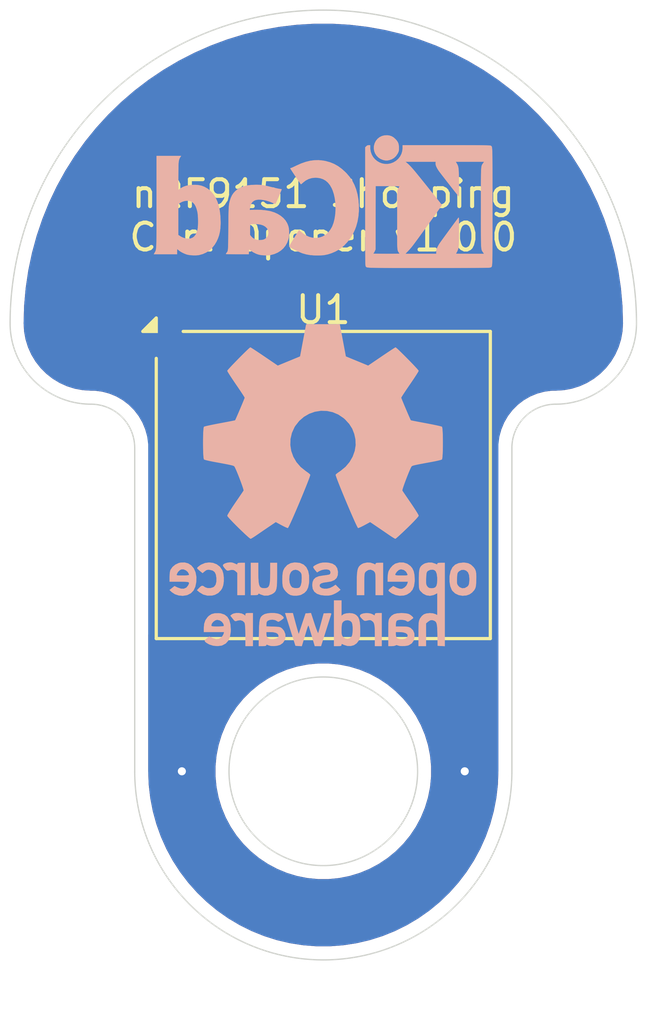
<source format=kicad_pcb>
(kicad_pcb (version 20241229) (generator "pcbnew") (generator_version "9.0")
  (title_block (title "nRF9151 Shopping Cart Opener") (date "2025-05-13") (rev "1.0.0") (company "Christian Hirsch") (comment 1 "Copyright (c) 2025 Christian Hirsch") (comment 2 "SPDX-License-Identifier: Apache-2.0 WITH SHL-2.1"))
  (layers (0 "F.Cu" signal) (2 "B.Cu" signal) (13 "F.Paste" user) (15 "B.Paste" user) (5 "F.SilkS" user "F.Silkscreen") (7 "B.SilkS" user "B.Silkscreen") (1 "F.Mask" user) (3 "B.Mask" user) (25 "Edge.Cuts" user))
  (net 0 "")
  (net 3 "Net-(U1-GND-Pad1)")
  (footprint "Package_LGA:Nordic_nRF9151-LAxx_LGA-80-33EP_12.1x11.1mm_P0.5mm" (layer "F.Cu") (at 148.5 105)
    (property "Reference" "U1" (at 0 -6.5 0) (layer "F.SilkS"))
    (property "Value" "nRF9151-LAxx")
    (pad "1" smd roundrect (at -5.5 -5) (size 0.7 0.7) (layers "F.Cu" "F.Mask" "F.Paste") (chamfer_ratio 0.355) (chamfer bottom_right) (net 3 "Net-(U1-GND-Pad1)"))
    (pad "2" smd roundrect (at -5.625 -4.25) (size 0.45 0.3) (layers "F.Cu" "F.Mask" "F.Paste"))
    (pad "3" smd roundrect (at -5.625 -3.75) (size 0.45 0.3) (layers "F.Cu" "F.Mask" "F.Paste"))
    (pad "4" smd roundrect (at -5.625 -3.25) (size 0.45 0.3) (layers "F.Cu" "F.Mask" "F.Paste"))
    (pad "5" smd roundrect (at -5.625 -2.75) (size 0.45 0.3) (layers "F.Cu" "F.Mask" "F.Paste"))
    (pad "6" smd roundrect (at -5.625 -2.25) (size 0.45 0.3) (layers "F.Cu" "F.Mask" "F.Paste"))
    (pad "7" smd roundrect (at -5.625 -1.75) (size 0.45 0.3) (layers "F.Cu" "F.Mask" "F.Paste") (net 3 "Net-(U1-GND-Pad1)"))
    (pad "8" smd roundrect (at -5.625 -1.25) (size 0.45 0.3) (layers "F.Cu" "F.Mask" "F.Paste"))
    (pad "9" smd roundrect (at -5.625 -0.75) (size 0.45 0.3) (layers "F.Cu" "F.Mask" "F.Paste"))
    (pad "10" smd roundrect (at -5.625 -0.25) (size 0.45 0.3) (layers "F.Cu" "F.Mask" "F.Paste"))
    (pad "11" smd roundrect (at -5.625 0.25) (size 0.45 0.3) (layers "F.Cu" "F.Mask" "F.Paste"))
    (pad "12" smd roundrect (at -5.625 0.75) (size 0.45 0.3) (layers "F.Cu" "F.Mask" "F.Paste"))
    (pad "13" smd roundrect (at -5.625 1.25) (size 0.45 0.3) (layers "F.Cu" "F.Mask" "F.Paste") (net 3 "Net-(U1-GND-Pad1)"))
    (pad "14" smd roundrect (at -5.625 1.75) (size 0.45 0.3) (layers "F.Cu" "F.Mask" "F.Paste"))
    (pad "15" smd roundrect (at -5.625 2.25) (size 0.45 0.3) (layers "F.Cu" "F.Mask" "F.Paste") (net 3 "Net-(U1-GND-Pad1)"))
    (pad "16" smd roundrect (at -5.625 2.75) (size 0.45 0.3) (layers "F.Cu" "F.Mask" "F.Paste"))
    (pad "17" smd roundrect (at -5.625 3.25) (size 0.45 0.3) (layers "F.Cu" "F.Mask" "F.Paste"))
    (pad "18" smd roundrect (at -5.625 3.75) (size 0.45 0.3) (layers "F.Cu" "F.Mask" "F.Paste"))
    (pad "19" smd roundrect (at -5.625 4.25) (size 0.45 0.3) (layers "F.Cu" "F.Mask" "F.Paste"))
    (pad "20" smd roundrect (at -5.5 5) (size 0.7 0.7) (layers "F.Cu" "F.Mask" "F.Paste") (net 3 "Net-(U1-GND-Pad1)"))
    (pad "21" smd roundrect (at -4.75 5.125) (size 0.3 0.45) (layers "F.Cu" "F.Mask" "F.Paste"))
    (pad "22" smd roundrect (at -4.25 5.125) (size 0.3 0.45) (layers "F.Cu" "F.Mask" "F.Paste"))
    (pad "23" smd roundrect (at -3.75 5.125) (size 0.3 0.45) (layers "F.Cu" "F.Mask" "F.Paste"))
    (pad "24" smd roundrect (at -3.25 5.125) (size 0.3 0.45) (layers "F.Cu" "F.Mask" "F.Paste"))
    (pad "25" smd roundrect (at -2.75 5.125) (size 0.3 0.45) (layers "F.Cu" "F.Mask" "F.Paste") (net 3 "Net-(U1-GND-Pad1)"))
    (pad "26" smd roundrect (at -2.25 5.125) (size 0.3 0.45) (layers "F.Cu" "F.Mask" "F.Paste"))
    (pad "27" smd roundrect (at -1.75 5.125) (size 0.3 0.45) (layers "F.Cu" "F.Mask" "F.Paste"))
    (pad "28" smd roundrect (at -1.25 5.125) (size 0.3 0.45) (layers "F.Cu" "F.Mask" "F.Paste"))
    (pad "29" smd roundrect (at -0.75 5.125) (size 0.3 0.45) (layers "F.Cu" "F.Mask" "F.Paste"))
    (pad "30" smd roundrect (at -0.25 5.125) (size 0.3 0.45) (layers "F.Cu" "F.Mask" "F.Paste") (net 3 "Net-(U1-GND-Pad1)"))
    (pad "31" smd roundrect (at 0.25 5.125) (size 0.3 0.45) (layers "F.Cu" "F.Mask" "F.Paste"))
    (pad "32" smd roundrect (at 0.75 5.125) (size 0.3 0.45) (layers "F.Cu" "F.Mask" "F.Paste"))
    (pad "33" smd roundrect (at 1.25 5.125) (size 0.3 0.45) (layers "F.Cu" "F.Mask" "F.Paste"))
    (pad "34" smd roundrect (at 1.75 5.125) (size 0.3 0.45) (layers "F.Cu" "F.Mask" "F.Paste") (net 3 "Net-(U1-GND-Pad1)"))
    (pad "35" smd roundrect (at 2.25 5.125) (size 0.3 0.45) (layers "F.Cu" "F.Mask" "F.Paste"))
    (pad "36" smd roundrect (at 2.75 5.125) (size 0.3 0.45) (layers "F.Cu" "F.Mask" "F.Paste") (net 3 "Net-(U1-GND-Pad1)"))
    (pad "37" smd roundrect (at 3.25 5.125) (size 0.3 0.45) (layers "F.Cu" "F.Mask" "F.Paste"))
    (pad "38" smd roundrect (at 3.75 5.125) (size 0.3 0.45) (layers "F.Cu" "F.Mask" "F.Paste") (net 3 "Net-(U1-GND-Pad1)"))
    (pad "39" smd roundrect (at 4.25 5.125) (size 0.3 0.45) (layers "F.Cu" "F.Mask" "F.Paste") (net 3 "Net-(U1-GND-Pad1)"))
    (pad "40" smd roundrect (at 4.75 5.125) (size 0.3 0.45) (layers "F.Cu" "F.Mask" "F.Paste") (net 3 "Net-(U1-GND-Pad1)"))
    (pad "41" smd roundrect (at 5.5 5) (size 0.7 0.7) (layers "F.Cu" "F.Mask" "F.Paste") (net 3 "Net-(U1-GND-Pad1)"))
    (pad "42" smd roundrect (at 5.625 4.25) (size 0.45 0.3) (layers "F.Cu" "F.Mask" "F.Paste"))
    (pad "43" smd roundrect (at 5.625 3.75) (size 0.45 0.3) (layers "F.Cu" "F.Mask" "F.Paste") (net 3 "Net-(U1-GND-Pad1)"))
    (pad "44" smd roundrect (at 5.625 3.25) (size 0.45 0.3) (layers "F.Cu" "F.Mask" "F.Paste"))
    (pad "45" smd roundrect (at 5.625 2.75) (size 0.45 0.3) (layers "F.Cu" "F.Mask" "F.Paste"))
    (pad "46" smd roundrect (at 5.625 2.25) (size 0.45 0.3) (layers "F.Cu" "F.Mask" "F.Paste") (net 3 "Net-(U1-GND-Pad1)"))
    (pad "47" smd roundrect (at 5.625 1.75) (size 0.45 0.3) (layers "F.Cu" "F.Mask" "F.Paste"))
    (pad "48" smd roundrect (at 5.625 1.25) (size 0.45 0.3) (layers "F.Cu" "F.Mask" "F.Paste"))
    (pad "49" smd roundrect (at 5.625 0.75) (size 0.45 0.3) (layers "F.Cu" "F.Mask" "F.Paste"))
    (pad "50" smd roundrect (at 5.625 0.25) (size 0.45 0.3) (layers "F.Cu" "F.Mask" "F.Paste"))
    (pad "51" smd roundrect (at 5.625 -0.25) (size 0.45 0.3) (layers "F.Cu" "F.Mask" "F.Paste") (net 3 "Net-(U1-GND-Pad1)"))
    (pad "52" smd roundrect (at 5.625 -0.75) (size 0.45 0.3) (layers "F.Cu" "F.Mask" "F.Paste"))
    (pad "53" smd roundrect (at 5.625 -1.25) (size 0.45 0.3) (layers "F.Cu" "F.Mask" "F.Paste"))
    (pad "54" smd roundrect (at 5.625 -1.75) (size 0.45 0.3) (layers "F.Cu" "F.Mask" "F.Paste"))
    (pad "55" smd roundrect (at 5.625 -2.25) (size 0.45 0.3) (layers "F.Cu" "F.Mask" "F.Paste") (net 3 "Net-(U1-GND-Pad1)"))
    (pad "56" smd roundrect (at 5.625 -2.75) (size 0.45 0.3) (layers "F.Cu" "F.Mask" "F.Paste"))
    (pad "57" smd roundrect (at 5.625 -3.25) (size 0.45 0.3) (layers "F.Cu" "F.Mask" "F.Paste"))
    (pad "58" smd roundrect (at 5.625 -3.75) (size 0.45 0.3) (layers "F.Cu" "F.Mask" "F.Paste"))
    (pad "59" smd roundrect (at 5.625 -4.25) (size 0.45 0.3) (layers "F.Cu" "F.Mask" "F.Paste"))
    (pad "60" smd roundrect (at 5.5 -5) (size 0.7 0.7) (layers "F.Cu" "F.Mask" "F.Paste") (net 3 "Net-(U1-GND-Pad1)"))
    (pad "61" smd roundrect (at 4.75 -5.125) (size 0.3 0.45) (layers "F.Cu" "F.Mask" "F.Paste"))
    (pad "62" smd roundrect (at 4.25 -5.125) (size 0.3 0.45) (layers "F.Cu" "F.Mask" "F.Paste"))
    (pad "63" smd roundrect (at 3.75 -5.125) (size 0.3 0.45) (layers "F.Cu" "F.Mask" "F.Paste"))
    (pad "64" smd roundrect (at 3.25 -5.125) (size 0.3 0.45) (layers "F.Cu" "F.Mask" "F.Paste"))
    (pad "65" smd roundrect (at 2.75 -5.125) (size 0.3 0.45) (layers "F.Cu" "F.Mask" "F.Paste"))
    (pad "66" smd roundrect (at 2.25 -5.125) (size 0.3 0.45) (layers "F.Cu" "F.Mask" "F.Paste") (net 3 "Net-(U1-GND-Pad1)"))
    (pad "67" smd roundrect (at 1.75 -5.125) (size 0.3 0.45) (layers "F.Cu" "F.Mask" "F.Paste"))
    (pad "68" smd roundrect (at 1.25 -5.125) (size 0.3 0.45) (layers "F.Cu" "F.Mask" "F.Paste"))
    (pad "69" smd roundrect (at 0.75 -5.125) (size 0.3 0.45) (layers "F.Cu" "F.Mask" "F.Paste"))
    (pad "70" smd roundrect (at 0.25 -5.125) (size 0.3 0.45) (layers "F.Cu" "F.Mask" "F.Paste"))
    (pad "71" smd roundrect (at -0.25 -5.125) (size 0.3 0.45) (layers "F.Cu" "F.Mask" "F.Paste") (net 3 "Net-(U1-GND-Pad1)"))
    (pad "72" smd roundrect (at -0.75 -5.125) (size 0.3 0.45) (layers "F.Cu" "F.Mask" "F.Paste"))
    (pad "73" smd roundrect (at -1.25 -5.125) (size 0.3 0.45) (layers "F.Cu" "F.Mask" "F.Paste"))
    (pad "74" smd roundrect (at -1.75 -5.125) (size 0.3 0.45) (layers "F.Cu" "F.Mask" "F.Paste"))
    (pad "75" smd roundrect (at -2.25 -5.125) (size 0.3 0.45) (layers "F.Cu" "F.Mask" "F.Paste"))
    (pad "76" smd roundrect (at -2.75 -5.125) (size 0.3 0.45) (layers "F.Cu" "F.Mask" "F.Paste") (net 3 "Net-(U1-GND-Pad1)"))
    (pad "77" smd roundrect (at -3.25 -5.125) (size 0.3 0.45) (layers "F.Cu" "F.Mask" "F.Paste"))
    (pad "78" smd roundrect (at -3.75 -5.125) (size 0.3 0.45) (layers "F.Cu" "F.Mask" "F.Paste"))
    (pad "79" smd roundrect (at -4.25 -5.125) (size 0.3 0.45) (layers "F.Cu" "F.Mask" "F.Paste"))
    (pad "80" smd roundrect (at -4.75 -5.125) (size 0.3 0.45) (layers "F.Cu" "F.Mask" "F.Paste"))
    (pad "81" smd roundrect (at -4.1 -3.4) (size 0.3 0.3) (layers "F.Cu" "F.Mask"))
    (pad "82" smd roundrect (at -4.1 -2.85) (size 0.3 0.3) (layers "F.Cu" "F.Mask"))
    (pad "83" smd roundrect (at -4.1 -2.3) (size 0.3 0.3) (layers "F.Cu" "F.Mask"))
    (pad "84" smd roundrect (at -4.1 -0.55) (size 0.3 0.3) (layers "F.Cu" "F.Mask"))
    (pad "85" smd roundrect (at -4.1 0) (size 0.3 0.3) (layers "F.Cu" "F.Mask"))
    (pad "86" smd roundrect (at -4.1 0.55) (size 0.3 0.3) (layers "F.Cu" "F.Mask"))
    (pad "87" smd roundrect (at -4.1 2.3) (size 0.3 0.3) (layers "F.Cu" "F.Mask"))
    (pad "88" smd roundrect (at -4.1 2.85) (size 0.3 0.3) (layers "F.Cu" "F.Mask"))
    (pad "89" smd roundrect (at -4.1 3.4) (size 0.3 0.3) (layers "F.Cu" "F.Mask"))
    (pad "90" smd roundrect (at -0.55 2.15) (size 0.3 0.3) (layers "F.Cu" "F.Mask"))
    (pad "91" smd roundrect (at 0 2.15) (size 0.3 0.3) (layers "F.Cu" "F.Mask"))
    (pad "92" smd roundrect (at 0.55 2.15) (size 0.3 0.3) (layers "F.Cu" "F.Mask"))
    (pad "93" smd roundrect (at 4.1 3.4) (size 0.3 0.3) (layers "F.Cu" "F.Mask"))
    (pad "94" smd roundrect (at 4.1 2.85) (size 0.3 0.3) (layers "F.Cu" "F.Mask"))
    (pad "95" smd roundrect (at 4.1 2.3) (size 0.3 0.3) (layers "F.Cu" "F.Mask"))
    (pad "96" smd roundrect (at 4.1 0.55) (size 0.3 0.3) (layers "F.Cu" "F.Mask"))
    (pad "97" smd roundrect (at 4.1 0) (size 0.3 0.3) (layers "F.Cu" "F.Mask"))
    (pad "98" smd roundrect (at 4.1 -0.55) (size 0.3 0.3) (layers "F.Cu" "F.Mask"))
    (pad "99" smd roundrect (at 4.1 -2.3) (size 0.3 0.3) (layers "F.Cu" "F.Mask"))
    (pad "100" smd roundrect (at 4.1 -2.85) (size 0.3 0.3) (layers "F.Cu" "F.Mask"))
    (pad "101" smd roundrect (at 4.1 -3.4) (size 0.3 0.3) (layers "F.Cu" "F.Mask"))
    (pad "102" smd roundrect (at 0.55 -2.15) (size 0.3 0.3) (layers "F.Cu" "F.Mask"))
    (pad "103" smd roundrect (at 0 -2.15) (size 0.3 0.3) (layers "F.Cu" "F.Mask"))
    (pad "104" smd roundrect (at -0.55 -2.15) (size 0.3 0.3) (layers "F.Cu" "F.Mask"))
    (pad "105" smd roundrect (at -2.85 -2.85) (size 1.6 1.6) (layers "F.Cu" "F.Mask" "F.Paste") (roundrect_rratio 0.15625) (net 3 "Net-(U1-GND-Pad1)"))
    (pad "106" smd roundrect (at -2.85 0) (size 1.6 1.6) (layers "F.Cu" "F.Mask" "F.Paste") (roundrect_rratio 0.15625) (net 3 "Net-(U1-GND-Pad1)"))
    (pad "107" smd roundrect (at -2.85 2.85) (size 1.6 1.6) (layers "F.Cu" "F.Mask" "F.Paste") (roundrect_rratio 0.15625) (net 3 "Net-(U1-GND-Pad1)"))
    (pad "108" smd roundrect (at 0 3.575) (size 1.6 1.95) (layers "F.Cu" "F.Mask" "F.Paste") (roundrect_rratio 0.15625) (net 3 "Net-(U1-GND-Pad1)"))
    (pad "109" smd roundrect (at 2.85 2.85) (size 1.6 1.6) (layers "F.Cu" "F.Mask" "F.Paste") (roundrect_rratio 0.15625) (net 3 "Net-(U1-GND-Pad1)"))
    (pad "110" smd roundrect (at 2.85 0) (size 1.6 1.6) (layers "F.Cu" "F.Mask" "F.Paste") (roundrect_rratio 0.15625) (net 3 "Net-(U1-GND-Pad1)"))
    (pad "111" smd roundrect (at 2.85 -2.85) (size 1.6 1.6) (layers "F.Cu" "F.Mask" "F.Paste") (roundrect_rratio 0.15625) (net 3 "Net-(U1-GND-Pad1)"))
    (pad "112" smd roundrect (at 0 -3.575) (size 1.6 1.95) (layers "F.Cu" "F.Mask" "F.Paste") (roundrect_rratio 0.15625) (net 3 "Net-(U1-GND-Pad1)"))
    (pad "113" smd roundrect (at 0 0) (size 1.6 1.6) (layers "F.Cu" "F.Mask" "F.Paste") (roundrect_rratio 0.15625) (net 3 "Net-(U1-GND-Pad1)"))
  )
  (footprint "Symbol:KiCad-Logo_5mm_SilkScreen" (layer "B.Cu") (at 148.5 95 180)
    (property "Reference" "REF**" (hide yes))
    (property "Value" "KiCad-Logo_5mm_SilkScreen" (hide yes))
  )
  (footprint "Symbol:OSHW-Logo_11.4x12mm_SilkScreen" (layer "B.Cu") (at 148.5 105 180)
    (property "Reference" "REF**" (hide yes))
    (property "Value" "OSHW-Logo_11.4x12mm_SilkScreen" (hide yes))
  )
  (gr_arc (start 136.875 99) (mid 148.5 87.375) (end 160.125 99) (stroke (width 0.05)) (layer "Edge.Cuts"))
  (gr_circle (center 148.5 115.625) (end 152 115.625) (stroke (width 0.05)) (fill no) (layer "Edge.Cuts"))
  (gr_arc (start 139.875 102) (mid 141.024049 102.475951) (end 141.5 103.625) (stroke (width 0.05)) (layer "Edge.Cuts"))
  (gr_arc (start 139.875 102) (mid 137.75368 101.12132) (end 136.875 99) (stroke (width 0.05)) (layer "Edge.Cuts"))
  (gr_arc (start 160.125 99) (mid 159.24632 101.12132) (end 157.125 102) (stroke (width 0.05)) (layer "Edge.Cuts"))
  (gr_arc (start 155.5 103.625) (mid 155.975951 102.475951) (end 157.125 102) (stroke (width 0.05)) (layer "Edge.Cuts"))
  (gr_arc (start 155.5 115.625) (mid 148.5 122.625) (end 141.5 115.625) (stroke (width 0.05)) (layer "Edge.Cuts"))
  (gr_line (start 155.5 115.625) (end 155.5 103.625) (stroke (width 0.05)) (layer "Edge.Cuts"))
  (gr_line (start 141.5 103.625) (end 141.5 115.625) (stroke (width 0.05)) (layer "Edge.Cuts"))
  (gr_text "nRF9151 Shopping\nCart Opener v1.0.0" (at 148.5 95 0) (layer "F.SilkS") (effects (font (size 1 1))))
  (via (at 143.25 115.625) (size 0.6) (drill 0.3) (layers "F.Cu" "B.Cu") (net 3))
  (via (at 153.75 115.625) (size 0.6) (drill 0.3) (layers "F.Cu" "B.Cu") (net 3))
  (zone (net 3) (net_name "Net-(U1-GND-Pad1)") (layers "F.Cu" "B.Cu") (connect_pads (clearance 0.5)) (min_thickness 0.25) (fill yes (thermal_gap 0.5) (thermal_bridge_width 0.5))
    (polygon (pts (xy 136.5 125) (xy 160.5 125) (xy 160.5 87) (xy 136.5 87)))
  )
)
</source>
